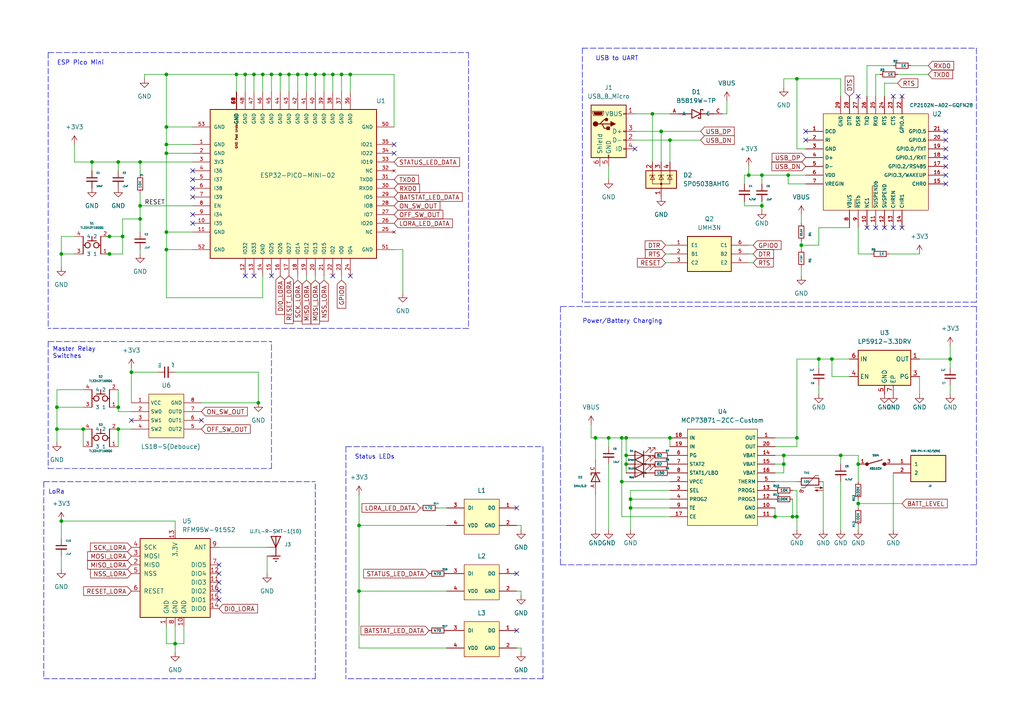
<source format=kicad_sch>
(kicad_sch (version 20211123) (generator eeschema)
  (paper "A4")
  (title_block (title "Kill Switch - Remote") (date "2023-01-18") (rev "1.0") (company "Created by: Greg Hulette") (comment 1 "- LoRa to WiFi Bridge") (comment 2 "- Buttons for Master Relay") (comment 3 "- Creates WiFi Network"))
  (junction (at 220.98 59.69))
  (junction (at 76.2 21.59))
  (junction (at 248.92 146.05))
  (junction (at 88.9 21.59))
  (junction (at 48.26 21.59))
  (junction (at 248.92 134.62))
  (junction (at 180.34 127))
  (junction (at 180.34 139.7))
  (junction (at 99.06 21.59))
  (junction (at 229.87 149.86))
  (junction (at 232.41 71.12))
  (junction (at 228.6 50.8))
  (junction (at 48.26 44.45))
  (junction (at 24.13 124.46))
  (junction (at 50.8 186.69))
  (junction (at 182.88 144.78))
  (junction (at 224.79 149.86))
  (junction (at 34.29 46.99))
  (junction (at 93.98 21.59))
  (junction (at 17.78 73.66))
  (junction (at 83.82 21.59))
  (junction (at 48.26 72.39))
  (junction (at 231.14 127))
  (junction (at 48.26 41.91))
  (junction (at 68.58 21.59))
  (junction (at 231.14 22.86))
  (junction (at 17.78 151.13))
  (junction (at 16.51 124.46))
  (junction (at 189.23 33.02))
  (junction (at 71.12 21.59))
  (junction (at 101.6 21.59))
  (junction (at 78.74 21.59))
  (junction (at 181.61 127))
  (junction (at 48.26 67.31))
  (junction (at 40.64 46.99))
  (junction (at 104.14 152.4))
  (junction (at 35.56 68.58))
  (junction (at 40.64 59.69))
  (junction (at 74.93 116.84))
  (junction (at 182.88 147.32))
  (junction (at 194.31 40.64))
  (junction (at 86.36 21.59))
  (junction (at 34.29 124.46))
  (junction (at 172.72 127))
  (junction (at 217.17 50.8))
  (junction (at 237.49 104.14))
  (junction (at 40.64 63.5))
  (junction (at 73.66 21.59))
  (junction (at 181.61 132.08))
  (junction (at 220.98 50.8))
  (junction (at 227.33 132.08))
  (junction (at 241.3 104.14))
  (junction (at 194.31 127))
  (junction (at 91.44 21.59))
  (junction (at 38.1 107.95))
  (junction (at 16.51 118.11))
  (junction (at 243.84 132.08))
  (junction (at 191.77 38.1))
  (junction (at 227.33 134.62))
  (junction (at 275.59 104.14))
  (junction (at 81.28 21.59))
  (junction (at 181.61 134.62))
  (junction (at 31.75 73.66))
  (junction (at 26.67 46.99))
  (junction (at 104.14 171.45))
  (junction (at 48.26 36.83))
  (junction (at 34.29 118.11))
  (junction (at 31.75 68.58))
  (junction (at 176.53 127))
  (junction (at 231.14 149.86))
  (junction (at 96.52 21.59))
  (no_connect (at 259.08 27.94))
  (no_connect (at 149.86 166.37))
  (no_connect (at 63.5 166.37))
  (no_connect (at 63.5 163.83))
  (no_connect (at 63.5 168.91))
  (no_connect (at 63.5 173.99))
  (no_connect (at 63.5 171.45))
  (no_connect (at 55.88 57.15))
  (no_connect (at 55.88 62.23))
  (no_connect (at 55.88 49.53))
  (no_connect (at 55.88 52.07))
  (no_connect (at 55.88 54.61))
  (no_connect (at 71.12 80.01))
  (no_connect (at 55.88 64.77))
  (no_connect (at 114.3 41.91))
  (no_connect (at 96.52 80.01))
  (no_connect (at 101.6 80.01))
  (no_connect (at 73.66 80.01))
  (no_connect (at 78.74 80.01))
  (no_connect (at 114.3 44.45))
  (no_connect (at 149.86 147.32))
  (no_connect (at 149.86 182.88))
  (no_connect (at 38.1 121.92))
  (no_connect (at 58.42 121.92))
  (no_connect (at 248.92 27.94))
  (no_connect (at 233.68 38.1))
  (no_connect (at 233.68 40.64))
  (no_connect (at 261.62 27.94))
  (no_connect (at 256.54 66.04))
  (no_connect (at 254 66.04))
  (no_connect (at 251.46 66.04))
  (no_connect (at 274.32 53.34))
  (no_connect (at 274.32 38.1))
  (no_connect (at 274.32 40.64))
  (no_connect (at 274.32 43.18))
  (no_connect (at 274.32 45.72))
  (no_connect (at 274.32 48.26))
  (no_connect (at 274.32 50.8))
  (no_connect (at 261.62 66.04))
  (no_connect (at 259.08 66.04))
  (no_connect (at 184.15 43.18))
  (polyline (pts (xy 135.89 15.24) (xy 135.89 95.25)))
  (polyline (pts (xy 100.33 129.54) (xy 157.48 129.54)))
  (wire (pts (xy 193.04 76.2) (xy 194.31 76.2)))
  (wire (pts (xy 16.51 113.03) (xy 16.51 118.11)))
  (wire (pts (xy 237.49 104.14) (xy 241.3 104.14)))
  (wire (pts (xy 40.64 46.99) (xy 34.29 46.99)))
  (wire (pts (xy 55.88 72.39) (xy 48.26 72.39)))
  (wire (pts (xy 215.9 58.42) (xy 215.9 59.69)))
  (wire (pts (xy 180.34 139.7) (xy 180.34 149.86)))
  (wire (pts (xy 104.14 187.96) (xy 129.54 187.96)))
  (wire (pts (xy 50.8 186.69) (xy 50.8 189.23)))
  (wire (pts (xy 254 27.94) (xy 254 21.59)))
  (wire (pts (xy 231.14 104.14) (xy 237.49 104.14)))
  (wire (pts (xy 256.54 27.94) (xy 256.54 24.13)))
  (wire (pts (xy 171.45 123.19) (xy 171.45 127)))
  (polyline (pts (xy 12.7 196.85) (xy 91.44 196.85)))
  (wire (pts (xy 34.29 118.11) (xy 34.29 119.38)))
  (wire (pts (xy 48.26 67.31) (xy 55.88 67.31)))
  (wire (pts (xy 71.12 21.59) (xy 71.12 26.67)))
  (polyline (pts (xy 13.97 99.06) (xy 78.74 99.06)))
  (polyline (pts (xy 168.91 13.97) (xy 283.21 13.97)))
  (wire (pts (xy 17.78 161.29) (xy 17.78 165.1)))
  (wire (pts (xy 220.98 53.34) (xy 220.98 50.8)))
  (wire (pts (xy 181.61 132.08) (xy 181.61 134.62)))
  (wire (pts (xy 93.98 21.59) (xy 96.52 21.59)))
  (wire (pts (xy 17.78 68.58) (xy 17.78 73.66)))
  (wire (pts (xy 218.44 73.66) (xy 217.17 73.66)))
  (wire (pts (xy 40.64 59.69) (xy 40.64 63.5)))
  (wire (pts (xy 232.41 77.47) (xy 232.41 80.01)))
  (wire (pts (xy 104.14 143.51) (xy 104.14 152.4)))
  (wire (pts (xy 181.61 134.62) (xy 181.61 137.16)))
  (wire (pts (xy 237.49 66.04) (xy 237.49 71.12)))
  (wire (pts (xy 209.55 33.02) (xy 210.82 33.02)))
  (wire (pts (xy 182.88 147.32) (xy 194.31 147.32)))
  (wire (pts (xy 48.26 72.39) (xy 48.26 67.31)))
  (wire (pts (xy 48.26 44.45) (xy 48.26 41.91)))
  (wire (pts (xy 86.36 21.59) (xy 86.36 26.67)))
  (wire (pts (xy 48.26 21.59) (xy 48.26 36.83)))
  (wire (pts (xy 53.34 181.61) (xy 53.34 186.69)))
  (wire (pts (xy 194.31 73.66) (xy 193.04 73.66)))
  (wire (pts (xy 194.31 127) (xy 194.31 129.54)))
  (wire (pts (xy 189.23 33.02) (xy 189.23 46.99)))
  (wire (pts (xy 16.51 118.11) (xy 24.13 118.11)))
  (polyline (pts (xy 283.21 88.9) (xy 283.21 163.83)))
  (wire (pts (xy 91.44 21.59) (xy 91.44 26.67)))
  (polyline (pts (xy 13.97 135.89) (xy 78.74 135.89)))
  (wire (pts (xy 88.9 21.59) (xy 91.44 21.59)))
  (wire (pts (xy 40.64 46.99) (xy 40.64 50.8)))
  (polyline (pts (xy 283.21 87.63) (xy 168.91 87.63)))
  (wire (pts (xy 48.26 41.91) (xy 55.88 41.91)))
  (wire (pts (xy 35.56 63.5) (xy 35.56 68.58)))
  (wire (pts (xy 224.79 139.7) (xy 231.14 139.7)))
  (wire (pts (xy 229.87 142.24) (xy 231.14 142.24)))
  (polyline (pts (xy 135.89 95.25) (xy 13.97 95.25)))
  (wire (pts (xy 228.6 50.8) (xy 220.98 50.8)))
  (wire (pts (xy 172.72 153.67) (xy 172.72 143.51)))
  (wire (pts (xy 21.59 41.91) (xy 21.59 46.99)))
  (wire (pts (xy 151.13 153.67) (xy 151.13 152.4)))
  (wire (pts (xy 215.9 59.69) (xy 220.98 59.69)))
  (wire (pts (xy 30.48 73.66) (xy 31.75 73.66)))
  (polyline (pts (xy 91.44 196.85) (xy 91.44 139.7)))
  (wire (pts (xy 275.59 114.3) (xy 275.59 111.76)))
  (polyline (pts (xy 162.56 88.9) (xy 162.56 163.83)))
  (wire (pts (xy 264.16 19.05) (xy 269.24 19.05)))
  (wire (pts (xy 220.98 58.42) (xy 220.98 59.69)))
  (wire (pts (xy 180.34 127) (xy 181.61 127)))
  (wire (pts (xy 16.51 124.46) (xy 16.51 128.27)))
  (polyline (pts (xy 12.7 139.7) (xy 91.44 139.7)))
  (wire (pts (xy 232.41 71.12) (xy 232.41 72.39)))
  (wire (pts (xy 55.88 46.99) (xy 40.64 46.99)))
  (wire (pts (xy 86.36 21.59) (xy 88.9 21.59)))
  (wire (pts (xy 26.67 46.99) (xy 21.59 46.99)))
  (wire (pts (xy 17.78 73.66) (xy 21.59 73.66)))
  (wire (pts (xy 73.66 21.59) (xy 76.2 21.59)))
  (wire (pts (xy 224.79 127) (xy 231.14 127)))
  (wire (pts (xy 151.13 171.45) (xy 149.86 171.45)))
  (polyline (pts (xy 168.91 13.97) (xy 168.91 87.63)))
  (wire (pts (xy 91.44 81.28) (xy 91.44 80.01)))
  (wire (pts (xy 83.82 21.59) (xy 86.36 21.59)))
  (wire (pts (xy 48.26 21.59) (xy 68.58 21.59)))
  (wire (pts (xy 176.53 48.26) (xy 176.53 52.07)))
  (wire (pts (xy 129.54 152.4) (xy 104.14 152.4)))
  (wire (pts (xy 71.12 21.59) (xy 73.66 21.59)))
  (wire (pts (xy 129.54 147.32) (xy 127 147.32)))
  (wire (pts (xy 181.61 127) (xy 181.61 132.08)))
  (wire (pts (xy 77.47 161.29) (xy 77.47 166.37)))
  (wire (pts (xy 40.64 72.39) (xy 40.64 73.66)))
  (wire (pts (xy 248.92 152.4) (xy 248.92 153.67)))
  (wire (pts (xy 233.68 50.8) (xy 228.6 50.8)))
  (wire (pts (xy 53.34 186.69) (xy 50.8 186.69)))
  (wire (pts (xy 246.38 109.22) (xy 241.3 109.22)))
  (wire (pts (xy 220.98 59.69) (xy 220.98 60.96)))
  (polyline (pts (xy 12.7 139.7) (xy 12.7 196.85)))
  (wire (pts (xy 17.78 151.13) (xy 17.78 156.21)))
  (wire (pts (xy 88.9 81.28) (xy 88.9 80.01)))
  (wire (pts (xy 184.15 40.64) (xy 194.31 40.64)))
  (wire (pts (xy 194.31 139.7) (xy 180.34 139.7)))
  (wire (pts (xy 38.1 107.95) (xy 38.1 116.84)))
  (wire (pts (xy 227.33 22.86) (xy 227.33 25.4)))
  (wire (pts (xy 224.79 137.16) (xy 227.33 137.16)))
  (wire (pts (xy 182.88 144.78) (xy 194.31 144.78)))
  (wire (pts (xy 40.64 55.88) (xy 40.64 59.69)))
  (wire (pts (xy 50.8 181.61) (xy 50.8 186.69)))
  (wire (pts (xy 81.28 21.59) (xy 83.82 21.59)))
  (wire (pts (xy 38.1 106.68) (xy 38.1 107.95)))
  (wire (pts (xy 237.49 106.68) (xy 237.49 104.14)))
  (wire (pts (xy 48.26 181.61) (xy 48.26 186.69)))
  (wire (pts (xy 237.49 71.12) (xy 232.41 71.12)))
  (wire (pts (xy 176.53 153.67) (xy 176.53 134.62)))
  (wire (pts (xy 248.92 132.08) (xy 248.92 134.62)))
  (wire (pts (xy 224.79 134.62) (xy 227.33 134.62)))
  (wire (pts (xy 266.7 104.14) (xy 275.59 104.14)))
  (wire (pts (xy 101.6 26.67) (xy 101.6 21.59)))
  (wire (pts (xy 76.2 80.01) (xy 76.2 86.36)))
  (wire (pts (xy 34.29 119.38) (xy 38.1 119.38)))
  (wire (pts (xy 182.88 144.78) (xy 182.88 147.32)))
  (wire (pts (xy 50.8 107.95) (xy 74.93 107.95)))
  (wire (pts (xy 194.31 40.64) (xy 194.31 46.99)))
  (wire (pts (xy 48.26 186.69) (xy 50.8 186.69)))
  (wire (pts (xy 17.78 73.66) (xy 17.78 77.47)))
  (wire (pts (xy 210.82 29.21) (xy 210.82 33.02)))
  (wire (pts (xy 76.2 26.67) (xy 76.2 21.59)))
  (wire (pts (xy 26.67 46.99) (xy 26.67 49.53)))
  (wire (pts (xy 227.33 137.16) (xy 227.33 134.62)))
  (wire (pts (xy 74.93 107.95) (xy 74.93 116.84)))
  (wire (pts (xy 217.17 76.2) (xy 218.44 76.2)))
  (wire (pts (xy 248.92 134.62) (xy 248.92 139.7)))
  (wire (pts (xy 182.88 147.32) (xy 182.88 153.67)))
  (wire (pts (xy 259.08 153.67) (xy 259.08 137.16)))
  (wire (pts (xy 231.14 22.86) (xy 227.33 22.86)))
  (wire (pts (xy 16.51 118.11) (xy 16.51 124.46)))
  (wire (pts (xy 86.36 81.28) (xy 86.36 80.01)))
  (wire (pts (xy 96.52 21.59) (xy 96.52 26.67)))
  (wire (pts (xy 224.79 129.54) (xy 231.14 129.54)))
  (wire (pts (xy 229.87 149.86) (xy 231.14 149.86)))
  (wire (pts (xy 104.14 171.45) (xy 129.54 171.45)))
  (wire (pts (xy 248.92 144.78) (xy 248.92 146.05)))
  (wire (pts (xy 172.72 133.35) (xy 172.72 127)))
  (wire (pts (xy 227.33 132.08) (xy 243.84 132.08)))
  (wire (pts (xy 68.58 21.59) (xy 68.58 26.67)))
  (wire (pts (xy 151.13 187.96) (xy 149.86 187.96)))
  (wire (pts (xy 104.14 152.4) (xy 104.14 171.45)))
  (wire (pts (xy 34.29 124.46) (xy 34.29 129.54)))
  (wire (pts (xy 41.91 21.59) (xy 48.26 21.59)))
  (wire (pts (xy 241.3 104.14) (xy 246.38 104.14)))
  (wire (pts (xy 233.68 53.34) (xy 228.6 53.34)))
  (wire (pts (xy 231.14 153.67) (xy 231.14 149.86)))
  (wire (pts (xy 243.84 132.08) (xy 248.92 132.08)))
  (wire (pts (xy 48.26 86.36) (xy 48.26 72.39)))
  (wire (pts (xy 275.59 100.33) (xy 275.59 104.14)))
  (wire (pts (xy 248.92 146.05) (xy 261.62 146.05)))
  (wire (pts (xy 238.76 139.7) (xy 238.76 153.67)))
  (wire (pts (xy 34.29 46.99) (xy 34.29 49.53)))
  (polyline (pts (xy 157.48 129.54) (xy 157.48 196.85)))
  (wire (pts (xy 184.15 33.02) (xy 189.23 33.02)))
  (wire (pts (xy 99.06 21.59) (xy 101.6 21.59)))
  (wire (pts (xy 58.42 116.84) (xy 74.93 116.84)))
  (wire (pts (xy 114.3 21.59) (xy 101.6 21.59)))
  (wire (pts (xy 78.74 21.59) (xy 78.74 26.67)))
  (wire (pts (xy 35.56 63.5) (xy 40.64 63.5)))
  (polyline (pts (xy 100.33 129.54) (xy 100.33 196.85)))
  (wire (pts (xy 24.13 124.46) (xy 24.13 129.54)))
  (wire (pts (xy 96.52 21.59) (xy 99.06 21.59)))
  (wire (pts (xy 116.84 72.39) (xy 116.84 85.09)))
  (wire (pts (xy 191.77 38.1) (xy 191.77 46.99)))
  (wire (pts (xy 231.14 104.14) (xy 231.14 127)))
  (wire (pts (xy 231.14 129.54) (xy 231.14 127)))
  (wire (pts (xy 151.13 152.4) (xy 149.86 152.4)))
  (polyline (pts (xy 78.74 135.89) (xy 78.74 99.06)))
  (wire (pts (xy 233.68 43.18) (xy 231.14 43.18)))
  (polyline (pts (xy 162.56 163.83) (xy 283.21 163.83)))
  (wire (pts (xy 151.13 172.72) (xy 151.13 171.45)))
  (wire (pts (xy 81.28 21.59) (xy 81.28 26.67)))
  (wire (pts (xy 248.92 73.66) (xy 252.73 73.66)))
  (wire (pts (xy 176.53 129.54) (xy 176.53 127)))
  (wire (pts (xy 35.56 68.58) (xy 35.56 73.66)))
  (wire (pts (xy 41.91 21.59) (xy 41.91 22.86)))
  (wire (pts (xy 104.14 171.45) (xy 104.14 187.96)))
  (wire (pts (xy 251.46 27.94) (xy 251.46 19.05)))
  (wire (pts (xy 88.9 21.59) (xy 88.9 26.67)))
  (wire (pts (xy 232.41 62.23) (xy 232.41 64.77)))
  (wire (pts (xy 254 21.59) (xy 255.27 21.59)))
  (wire (pts (xy 93.98 21.59) (xy 93.98 26.67)))
  (wire (pts (xy 248.92 146.05) (xy 248.92 147.32)))
  (wire (pts (xy 31.75 68.58) (xy 35.56 68.58)))
  (wire (pts (xy 50.8 153.67) (xy 50.8 151.13)))
  (wire (pts (xy 180.34 127) (xy 180.34 139.7)))
  (wire (pts (xy 248.92 66.04) (xy 248.92 73.66)))
  (wire (pts (xy 93.98 81.28) (xy 93.98 80.01)))
  (wire (pts (xy 151.13 189.23) (xy 151.13 187.96)))
  (wire (pts (xy 181.61 127) (xy 194.31 127)))
  (wire (pts (xy 50.8 151.13) (xy 17.78 151.13)))
  (wire (pts (xy 217.17 48.26) (xy 217.17 50.8)))
  (wire (pts (xy 83.82 21.59) (xy 83.82 26.67)))
  (wire (pts (xy 40.64 59.69) (xy 55.88 59.69)))
  (wire (pts (xy 229.87 149.86) (xy 224.79 149.86)))
  (wire (pts (xy 34.29 124.46) (xy 38.1 124.46)))
  (wire (pts (xy 63.5 158.75) (xy 77.47 158.75)))
  (wire (pts (xy 30.48 68.58) (xy 31.75 68.58)))
  (wire (pts (xy 176.53 127) (xy 180.34 127)))
  (wire (pts (xy 17.78 68.58) (xy 21.59 68.58)))
  (polyline (pts (xy 283.21 13.97) (xy 283.21 87.63)))
  (wire (pts (xy 243.84 27.94) (xy 243.84 22.86)))
  (wire (pts (xy 232.41 69.85) (xy 232.41 71.12)))
  (wire (pts (xy 215.9 50.8) (xy 217.17 50.8)))
  (wire (pts (xy 48.26 44.45) (xy 55.88 44.45)))
  (wire (pts (xy 16.51 124.46) (xy 24.13 124.46)))
  (polyline (pts (xy 13.97 99.06) (xy 13.97 135.89)))
  (wire (pts (xy 231.14 142.24) (xy 231.14 149.86)))
  (wire (pts (xy 91.44 21.59) (xy 93.98 21.59)))
  (wire (pts (xy 16.51 113.03) (xy 24.13 113.03)))
  (wire (pts (xy 217.17 50.8) (xy 220.98 50.8)))
  (wire (pts (xy 73.66 21.59) (xy 73.66 26.67)))
  (wire (pts (xy 114.3 36.83) (xy 114.3 21.59)))
  (wire (pts (xy 194.31 142.24) (xy 182.88 142.24)))
  (wire (pts (xy 257.81 73.66) (xy 266.7 73.66)))
  (polyline (pts (xy 283.21 88.9) (xy 162.56 88.9)))
  (wire (pts (xy 182.88 142.24) (xy 182.88 144.78)))
  (wire (pts (xy 40.64 63.5) (xy 40.64 67.31)))
  (wire (pts (xy 55.88 36.83) (xy 48.26 36.83)))
  (wire (pts (xy 189.23 33.02) (xy 194.31 33.02)))
  (wire (pts (xy 184.15 38.1) (xy 191.77 38.1)))
  (wire (pts (xy 78.74 21.59) (xy 81.28 21.59)))
  (wire (pts (xy 48.26 36.83) (xy 48.26 41.91)))
  (polyline (pts (xy 157.48 196.85) (xy 100.33 196.85)))
  (wire (pts (xy 215.9 53.34) (xy 215.9 50.8)))
  (wire (pts (xy 224.79 147.32) (xy 224.79 149.86)))
  (wire (pts (xy 194.31 149.86) (xy 180.34 149.86)))
  (wire (pts (xy 34.29 46.99) (xy 26.67 46.99)))
  (wire (pts (xy 260.35 21.59) (xy 269.24 21.59)))
  (wire (pts (xy 191.77 38.1) (xy 203.2 38.1)))
  (wire (pts (xy 48.26 67.31) (xy 48.26 44.45)))
  (wire (pts (xy 231.14 43.18) (xy 231.14 22.86)))
  (wire (pts (xy 76.2 21.59) (xy 78.74 21.59)))
  (wire (pts (xy 38.1 107.95) (xy 45.72 107.95)))
  (wire (pts (xy 229.87 144.78) (xy 229.87 149.86)))
  (wire (pts (xy 76.2 86.36) (xy 48.26 86.36)))
  (wire (pts (xy 243.84 153.67) (xy 243.84 139.7)))
  (wire (pts (xy 275.59 106.68) (xy 275.59 104.14)))
  (wire (pts (xy 256.54 24.13) (xy 260.35 24.13)))
  (wire (pts (xy 217.17 71.12) (xy 218.44 71.12)))
  (wire (pts (xy 241.3 109.22) (xy 241.3 104.14)))
  (wire (pts (xy 193.04 71.12) (xy 194.31 71.12)))
  (wire (pts (xy 171.45 127) (xy 172.72 127)))
  (polyline (pts (xy 13.97 15.24) (xy 135.89 15.24)))
  (wire (pts (xy 228.6 53.34) (xy 228.6 50.8)))
  (wire (pts (xy 237.49 66.04) (xy 246.38 66.04)))
  (wire (pts (xy 172.72 127) (xy 176.53 127)))
  (wire (pts (xy 237.49 111.76) (xy 237.49 114.3)))
  (wire (pts (xy 31.75 73.66) (xy 35.56 73.66)))
  (wire (pts (xy 227.33 134.62) (xy 227.33 132.08)))
  (wire (pts (xy 243.84 134.62) (xy 243.84 132.08)))
  (wire (pts (xy 251.46 19.05) (xy 259.08 19.05)))
  (wire (pts (xy 68.58 21.59) (xy 71.12 21.59)))
  (wire (pts (xy 243.84 22.86) (xy 231.14 22.86)))
  (wire (pts (xy 194.31 40.64) (xy 203.2 40.64)))
  (wire (pts (xy 224.79 132.08) (xy 227.33 132.08)))
  (wire (pts (xy 266.7 114.3) (xy 266.7 109.22)))
  (wire (pts (xy 99.06 80.01) (xy 99.06 81.28)))
  (wire (pts (xy 99.06 21.59) (xy 99.06 26.67)))
  (wire (pts (xy 34.29 113.03) (xy 34.29 118.11)))
  (wire (pts (xy 114.3 72.39) (xy 116.84 72.39)))
  (polyline (pts (xy 13.97 15.24) (xy 13.97 95.25)))
  (text "Power/Battery Charging" (at 168.91 93.98 0) (effects (font (size 1.27 1.27)) (justify left bottom)))
  (text "ESP Pico Mini" (at 16.51 19.05 0) (effects (font (size 1.27 1.27)) (justify left bottom)))
  (text "Master Relay \nSwitches" (at 15.24 104.14 0) (effects (font (size 1.27 1.27)) (justify left bottom)))
  (text "LoRa" (at 13.97 143.51 0) (effects (font (size 1.27 1.27)) (justify left bottom)))
  (text "Status LEDs" (at 102.87 133.35 0) (effects (font (size 1.27 1.27)) (justify left bottom)))
  (text "USB to UART" (at 172.72 17.78 0) (effects (font (size 1.27 1.27)) (justify left bottom)))
  (label "RESET" (at 41.91 59.69 0))
  (global_label "SCK_LORA" (shape input) (at 38.1 158.75 180) (property "Intersheet References" "${INTERSHEET_REFS}" (effects hide)))
  (global_label "TXD0" (shape input) (at 114.3 52.07 0) (property "Intersheet References" "${INTERSHEET_REFS}" (effects hide)))
  (global_label "TXD0" (shape input) (at 269.24 21.59 0) (property "Intersheet References" "${INTERSHEET_REFS}" (effects hide)))
  (global_label "DI0_LORA" (shape input) (at 81.28 80.01 270) (property "Intersheet References" "${INTERSHEET_REFS}" (effects hide)))
  (global_label "GPIO0" (shape input) (at 218.44 71.12 0) (property "Intersheet References" "${INTERSHEET_REFS}" (effects hide)))
  (global_label "MOSI_LORA" (shape input) (at 38.1 161.29 180) (property "Intersheet References" "${INTERSHEET_REFS}" (effects hide)))
  (global_label "NSS_LORA" (shape input) (at 38.1 166.37 180) (property "Intersheet References" "${INTERSHEET_REFS}" (effects hide)))
  (global_label "OFF_SW_OUT" (shape input) (at 114.3 62.23 0) (property "Intersheet References" "${INTERSHEET_REFS}" (effects hide)))
  (global_label "LORA_LED_DATA" (shape input) (at 114.3 64.77 0) (property "Intersheet References" "${INTERSHEET_REFS}" (effects hide)))
  (global_label "MISO_LORA" (shape input) (at 38.1 163.83 180) (property "Intersheet References" "${INTERSHEET_REFS}" (effects hide)))
  (global_label "RTS" (shape input) (at 218.44 76.2 0) (property "Intersheet References" "${INTERSHEET_REFS}" (effects hide)))
  (global_label "DTR" (shape input) (at 193.04 71.12 180) (property "Intersheet References" "${INTERSHEET_REFS}" (effects hide)))
  (global_label "GPIO0" (shape input) (at 99.06 81.28 270) (property "Intersheet References" "${INTERSHEET_REFS}" (effects hide)))
  (global_label "USB_DP" (shape input) (at 203.2 38.1 0) (property "Intersheet References" "${INTERSHEET_REFS}" (effects hide)))
  (global_label "OFF_SW_OUT" (shape input) (at 58.42 124.46 0) (property "Intersheet References" "${INTERSHEET_REFS}" (effects hide)))
  (global_label "USB_DN" (shape input) (at 233.68 48.26 180) (property "Intersheet References" "${INTERSHEET_REFS}" (effects hide)))
  (global_label "RESET_LORA" (shape input) (at 38.1 171.45 180) (property "Intersheet References" "${INTERSHEET_REFS}" (effects hide)))
  (global_label "USB_DN" (shape input) (at 203.2 40.64 0) (property "Intersheet References" "${INTERSHEET_REFS}" (effects hide)))
  (global_label "STATUS_LED_DATA" (shape input) (at 124.46 166.37 180) (property "Intersheet References" "${INTERSHEET_REFS}" (effects hide)))
  (global_label "MISO_LORA" (shape input) (at 88.9 81.28 270) (property "Intersheet References" "${INTERSHEET_REFS}" (effects hide)))
  (global_label "LORA_LED_DATA" (shape input) (at 121.92 147.32 180) (property "Intersheet References" "${INTERSHEET_REFS}" (effects hide)))
  (global_label "RTS" (shape input) (at 193.04 73.66 180) (property "Intersheet References" "${INTERSHEET_REFS}" (effects hide)))
  (global_label "RXD0" (shape input) (at 114.3 54.61 0) (property "Intersheet References" "${INTERSHEET_REFS}" (effects hide)))
  (global_label "DTR" (shape input) (at 218.44 73.66 0) (property "Intersheet References" "${INTERSHEET_REFS}" (effects hide)))
  (global_label "RESET_LORA" (shape input) (at 83.82 80.01 270) (property "Intersheet References" "${INTERSHEET_REFS}" (effects hide)))
  (global_label "STATUS_LED_DATA" (shape input) (at 114.3 46.99 0) (property "Intersheet References" "${INTERSHEET_REFS}" (effects hide)))
  (global_label "ON_SW_OUT" (shape input) (at 58.42 119.38 0) (property "Intersheet References" "${INTERSHEET_REFS}" (effects hide)))
  (global_label "BATSTAT_LED_DATA" (shape input) (at 124.46 182.88 180) (property "Intersheet References" "${INTERSHEET_REFS}" (effects hide)))
  (global_label "ON_SW_OUT" (shape input) (at 114.3 59.69 0) (property "Intersheet References" "${INTERSHEET_REFS}" (effects hide)))
  (global_label "RESET" (shape input) (at 193.04 76.2 180) (property "Intersheet References" "${INTERSHEET_REFS}" (effects hide)))
  (global_label "RXD0" (shape input) (at 269.24 19.05 0) (property "Intersheet References" "${INTERSHEET_REFS}" (effects hide)))
  (global_label "BATT_LEVEL" (shape input) (at 261.62 146.05 0) (property "Intersheet References" "${INTERSHEET_REFS}" (effects hide)))
  (global_label "RTS" (shape input) (at 260.35 24.13 0) (property "Intersheet References" "${INTERSHEET_REFS}" (effects hide)))
  (global_label "SCK_LORA" (shape input) (at 86.36 81.28 270) (property "Intersheet References" "${INTERSHEET_REFS}" (effects hide)))
  (global_label "BATSTAT_LED_DATA" (shape input) (at 114.3 57.15 0) (property "Intersheet References" "${INTERSHEET_REFS}" (effects hide)))
  (global_label "DTS" (shape input) (at 246.38 27.94 90) (property "Intersheet References" "${INTERSHEET_REFS}" (effects hide)))
  (global_label "USB_DP" (shape input) (at 233.68 45.72 180) (property "Intersheet References" "${INTERSHEET_REFS}" (effects hide)))
  (global_label "NSS_LORA" (shape input) (at 93.98 81.28 270) (property "Intersheet References" "${INTERSHEET_REFS}" (effects hide)))
  (global_label "MOSI_LORA" (shape input) (at 91.44 81.28 270) (property "Intersheet References" "${INTERSHEET_REFS}" (effects hide)))
  (global_label "DI0_LORA" (shape input) (at 63.5 176.53 0) (property "Intersheet References" "${INTERSHEET_REFS}" (effects hide)))
  (symbol (lib_id "power:GND") (at 41.91 22.86 0) (unit 1)
    (property "Reference" "#PWR0136" (effects hide))
    (property "Value" "GND" (at 41.91 27.94 0))
  )
  (symbol (lib_id "power:GND") (at 227.33 25.4 0) (unit 1)
    (property "Reference" "#PWR0108" (effects hide))
    (property "Value" "GND" (at 227.33 30.48 0))
  )
  (symbol (lib_id "LED:WS2812B-2020") (at 139.7 149.86 0) (unit 1)
    (property "Reference" "L1" (at 139.7 142.24 0))
    (property "Value" "WS2812B" (effects hide))
    (property "Footprint" "LED_SMD:LED_WS2812B_PLCC4_5.0x5.0mm_P3.2mm" (effects hide))
    (property "Datasheet" "http://cdn.sparkfun.com/datasheets/BreakoutBoards/WS2812B.pdf" (effects hide))
    (property "Manufacturers Name" "SparkFun Electronics" (effects hide))
    (property "Manufacturers Part Number" "COM-16347" (effects hide))
    (property "Digikey Part Number" "1568-COM-16347CT-ND" (effects hide))
    (property "Mouser Part Number" "485-4684" (effects hide))
    (property "LCSC" "C114586" (effects hide))
  )
  (symbol (lib_id "Device:C_Small") (at 40.64 69.85 0) (unit 1)
    (property "Reference" "C3" (at 41.91 67.9513 0) (effects (font (size 0.5 0.5)) (justify left)))
    (property "Value" ".1uF" (at 41.91 71.7613 0) (effects (font (size 0.5 0.5)) (justify left)))
    (property "Footprint" "Capacitor_SMD:C_0603_1608Metric" (effects hide))
    (property "Datasheet" "https://www.we-online.com/katalog/datasheet/885012206020.pdf" (effects hide))
    (property "Manufacturers Name" "Würth Elektronik" (effects hide))
    (property "Manufacturers Part Number" "885012206020" (effects hide))
    (property "Digikey Part Number" "732-7939-1-ND" (effects hide))
    (property "Mouser Part Number" "710-885012206020 " (effects hide))
    (property "LCSC" "-----" (effects hide))
  )
  (symbol (lib_id "power:GND") (at 238.76 153.67 0) (unit 1)
    (property "Reference" "#PWR0117" (effects hide))
    (property "Value" "GND" (at 238.76 157.48 0))
  )
  (symbol (lib_id "Device:C_Small") (at 176.53 132.08 0) (unit 1)
    (property "Reference" "C8" (at 177.8 130.1813 0) (effects (font (size 0.5 0.5)) (justify left)))
    (property "Value" "10uF" (at 177.8 133.9913 0) (effects (font (size 0.5 0.5)) (justify left)))
    (property "Footprint" "Capacitor_SMD:C_0805_2012Metric" (effects hide))
    (property "Datasheet" "https://www.we-online.com/katalog/datasheet/885012107014.pdf" (effects hide))
    (property "Manufacturers Name" "Würth Elektronik" (effects hide))
    (property "Manufacturers Part Number" "885012107014" (effects hide))
    (property "Digikey Part Number" "732-7624-1-ND" (effects hide))
    (property "Mouser Part Number" "710-885012107014" (effects hide))
    (property "LCSC" "-----" (effects hide))
  )
  (symbol (lib_id "Custom:S2B-PH-K-S(LF)(SN)") (at 269.24 134.62 0) (unit 1)
    (property "Reference" "J2" (at 269.24 140.9699 0) (effects (font (size 0.5 0.5)) (justify left)))
    (property "Value" "S2B-PH-K-S(LF)(SN)" (at 264.16 130.8099 0) (effects (font (size 0.5 0.5)) (justify left)))
    (property "Footprint" "Custom:JST_S2B-PH-K-S(LF)(SN)" (effects hide))
    (property "Datasheet" "https://www.jst-mfg.com/product/pdf/eng/ePH.pdf" (effects hide))
    (property "MAXIMUM_PACKAGE_HEIGHT" "4.8mm" (effects hide))
    (property "PACKAGE" "None" (effects hide))
    (property "AVAILABILITY" "Unavailable" (effects hide))
    (property "DESCRIPTION" "Connector Header Through Hole, Right Angle 2 position" (effects hide))
    (property "MP" "S2B-PH-K-S_LF__SN_" (effects hide))
    (property "MF" "JST Sales" (effects hide))
    (property "PRICE" "None" (effects hide))
    (property "Manufacturers Name" "JST Sales America Inc." (effects hide))
    (property "Manufacturers Part Number" "S2B-PH-K-S(LF)(SN)" (effects hide))
    (property "Digikey Part Number" "455-1719-ND" (effects hide))
    (property "Mouser Part Number" "-----" (effects hide))
    (property "LCSC" "C173752" (effects hide))
  )
  (symbol (lib_id "Device:R_Small") (at 191.77 137.16 270) (unit 1)
    (property "Reference" "R9" (at 193.0401 135.89 90) (effects (font (size 0.5 0.5)) (justify left)))
    (property "Value" "150" (at 190.5001 137.16 90) (effects (font (size 0.75 0.75)) (justify left)))
    (property "Footprint" "Resistor_SMD:R_0402_1005Metric" (effects hide))
    (property "Datasheet" "https://industrial.panasonic.com/cdbs/www-data/pdf/RDO0000/AOA0000C331.pdf" (effects hide))
    (property "Manufacturers Name" "Panasonic Electronic Components" (effects hide))
    (property "Manufacturers Part Number" "ERJ-PA2F1500X" (effects hide))
    (property "Digikey Part Number" "2019-SG73P1EWTTP101JCT-ND" (effects hide))
    (property "Mouser Part Number" "667-ERJ-PA2F1500X " (effects hide))
    (property "LCSC" "-------" (effects hide))
  )
  (symbol (lib_id "power:GND") (at 220.98 60.96 0) (unit 1)
    (property "Reference" "#PWR0105" (effects hide))
    (property "Value" "GND" (at 220.98 64.77 0))
  )
  (symbol (lib_id "Device:C_Small") (at 220.98 55.88 0) (unit 1)
    (property "Reference" "C5" (at 222.25 53.9813 0) (effects (font (size 0.5 0.5)) (justify left)))
    (property "Value" ".1uF" (at 222.25 57.7913 0) (effects (font (size 0.5 0.5)) (justify left)))
    (property "Footprint" "Capacitor_SMD:C_0603_1608Metric" (effects hide))
    (property "Datasheet" "https://www.we-online.com/katalog/datasheet/885012206020.pdf" (effects hide))
    (property "Manufacturers Name" "Würth Elektronik" (effects hide))
    (property "Manufacturers Part Number" "885012206020" (effects hide))
    (property "Digikey Part Number" "732-7939-1-ND" (effects hide))
    (property "Mouser Part Number" "710-885012206020 " (effects hide))
    (property "LCSC" "-----" (effects hide))
  )
  (symbol (lib_id "Device:R_Small") (at 127 182.88 270) (unit 1)
    (property "Reference" "R17" (at 128.2701 181.61 90) (effects (font (size 0.5 0.5)) (justify left)))
    (property "Value" "470" (at 125.7301 182.88 90) (effects (font (size 0.75 0.75)) (justify left)))
    (property "Footprint" "Resistor_SMD:R_0402_1005Metric" (effects hide))
    (property "Datasheet" "https://www.yageo.com/upload/media/product/productsearch/datasheet/rchip/PYu-RC_Group_51_RoHS_L_12.pdf" (effects hide))
    (property "Manufacturers Name" "YAGEO" (effects hide))
    (property "Manufacturers Part Number" "RC0402JR-13220RL" (effects hide))
    (property "Digikey Part Number" "13-RC0402JR-13220RLCT-ND" (effects hide))
    (property "Mouser Part Number" "603-RC0402JR-13220RL " (effects hide))
    (property "LCSC" "C3931306" (effects hide))
  )
  (symbol (lib_id "Regulator_Linear:LP5912-3.3DRV") (at 256.54 106.68 0) (unit 1)
    (property "Reference" "U3" (at 256.54 96.52 0))
    (property "Value" "LP5912-3.3DRV" (at 256.54 99.06 0))
    (property "Footprint" "Package_SON:WSON-6-1EP_2x2mm_P0.65mm_EP1x1.6mm_ThermalVias" (effects hide))
    (property "Datasheet" "http://www.ti.com/lit/ds/symlink/lp5912.pdf" (effects hide))
    (property "Manufacturers Name" "Texas Instruments" (effects hide))
    (property "Manufacturers Part Number" "LP5912Q3.3DRVTQ1" (effects hide))
    (property "Digikey Part Number" "296-48933-1-ND" (effects hide))
    (property "LCSC" "C2876187" (effects hide))
    (property "Mouser Part Number" "595-LP5912Q3.3DRVTQ1" (effects hide))
  )
  (symbol (lib_id "Device:R_Small") (at 127 166.37 270) (unit 1)
    (property "Reference" "R16" (at 128.2701 165.1 90) (effects (font (size 0.5 0.5)) (justify left)))
    (property "Value" "470" (at 125.7301 166.37 90) (effects (font (size 0.75 0.75)) (justify left)))
    (property "Footprint" "Resistor_SMD:R_0402_1005Metric" (effects hide))
    (property "Datasheet" "https://www.yageo.com/upload/media/product/productsearch/datasheet/rchip/PYu-RC_Group_51_RoHS_L_12.pdf" (effects hide))
    (property "Manufacturers Name" "YAGEO" (effects hide))
    (property "Manufacturers Part Number" "RC0402JR-13220RL" (effects hide))
    (property "Digikey Part Number" "13-RC0402JR-13220RLCT-ND" (effects hide))
    (property "Mouser Part Number" "603-RC0402JR-13220RL " (effects hide))
    (property "LCSC" "C3931306" (effects hide))
  )
  (symbol (lib_id "power:+3.3V") (at 104.14 143.51 0) (unit 1)
    (property "Reference" "#PWR0130" (effects hide))
    (property "Value" "+3.3V" (at 104.14 138.43 0))
  )
  (symbol (lib_id "power:GND") (at 256.54 114.3 0) (unit 1)
    (property "Reference" "#PWR0121" (effects hide))
    (property "Value" "GND" (at 256.54 118.11 0))
  )
  (symbol (lib_id "Device:LED") (at 185.42 132.08 180) (unit 1)
    (property "Reference" "D4" (at 183.1975 130.81 0) (effects (font (size 0.5 0.5))))
    (property "Value" "Green" (at 183.1975 133.35 0) (effects (font (size 0.5 0.5))))
    (property "Footprint" "LED_SMD:LED_0805_2012Metric_Pad1.15x1.40mm_HandSolder" (effects hide))
    (property "Datasheet" "https://media.digikey.com/pdf/Data%20Sheets/Lite-On%20PDFs/LTST-C171GKT.pdf" (effects hide))
    (property "Manufacturers Name" "Lite-On Inc." (effects hide))
    (property "Manufacturers Part Number" "LTST-C171GKT" (effects hide))
    (property "Digikey Part Number" "160-1423-1-ND" (effects hide))
    (property "Mouser Part Number" "859-LTST-C171GKT" (effects hide))
    (property "LCSC" "C913075" (effects hide))
  )
  (symbol (lib_id "power:VBUS") (at 171.45 123.19 0) (unit 1)
    (property "Reference" "#PWR0113" (effects hide))
    (property "Value" "VBUS" (at 171.45 118.11 0))
  )
  (symbol (lib_id "Device:R_Small") (at 191.77 132.08 270) (unit 1)
    (property "Reference" "R7" (at 193.0401 130.81 90) (effects (font (size 0.5 0.5)) (justify left)))
    (property "Value" "82" (at 190.5001 132.08 90) (effects (font (size 0.75 0.75)) (justify left)))
    (property "Footprint" "Resistor_SMD:R_0402_1005Metric" (effects hide))
    (property "Datasheet" "https://www.koaspeer.com/pdfs/SG73P.pdf" (effects hide))
    (property "Manufacturers Name" "KOA Speer Electronics, Inc." (effects hide))
    (property "Manufacturers Part Number" "SG73P1EWTTP820J" (effects hide))
    (property "Digikey Part Number" "2019-SG73P1EWTTP820JCT-ND" (effects hide))
    (property "Mouser Part Number" "660-SG73P1EWTTP820J " (effects hide))
    (property "LCSC" "C4003417" (effects hide))
  )
  (symbol (lib_id "power:GND") (at 151.13 172.72 0) (unit 1)
    (property "Reference" "#PWR0128" (effects hide))
    (property "Value" "GND" (at 151.13 177.8 0))
  )
  (symbol (lib_id "power:GND") (at 191.77 57.15 0) (unit 1)
    (property "Reference" "#PWR0103" (effects hide))
    (property "Value" "GND" (at 191.77 62.23 0))
  )
  (symbol (lib_id "power:GND") (at 182.88 153.67 0) (unit 1)
    (property "Reference" "#PWR0110" (effects hide))
    (property "Value" "GND" (at 182.88 157.48 0))
  )
  (symbol (lib_id "Custom:MCP73871-2CC-Custom") (at 209.55 139.7 0) (unit 1)
    (property "Reference" "U4" (at 209.55 119.38 0))
    (property "Value" "MCP73871-2CC-Custom" (at 209.55 121.92 0))
    (property "Footprint" "Package_DFN_QFN:QFN-20-1EP_4x4mm_P0.5mm_EP2.7x2.7mm_ThermalVias" (effects hide))
    (property "Datasheet" "https://ww1.microchip.com/downloads/en/DeviceDoc/MCP73871-Data-Sheet-20002090E.pdf" (effects hide))
    (property "Manufacturers Name" "Microchip Technology" (effects hide))
    (property "Manufacturers Part Number" "MCP73871-2CCI/ML" (effects hide))
    (property "Digikey Part Number" "MCP73871-2CCI/ML-ND" (effects hide))
    (property "Mouser Part Number" "579-MCP73871-2CCI/ML " (effects hide))
    (property "LCSC" "C5121473" (effects hide))
  )
  (symbol (lib_id "Custom:CP2102N-A02-GQFN28") (at 254 45.72 0) (unit 1)
    (property "Reference" "U2" (at 271.78 33.0706 0))
    (property "Value" "CP2102N-A02-GQFN28" (at 273.05 30.5307 0) (effects (font (size 1.016 1.016))))
    (property "Footprint" "Package_DFN_QFN:QFN-28-1EP_5x5mm_P0.5mm_EP3.35x3.35mm" (effects hide))
    (property "Manufacturers Name" "Silicon Labs" (effects hide))
    (property "Manufacturers Part Number" "CP2102N-A02-GQFN28" (effects hide))
    (property "Digikey Part Number" "336-5889-ND" (effects hide))
    (property "Mouser Part Number" "634-CP2102NA02GQFN28 " (effects hide))
    (property "LCSC" "C1550553" (effects hide))
  )
  (symbol (lib_id "Device:R_Small") (at 232.41 74.93 0) (unit 1)
    (property "Reference" "R5" (at 234.95 76.1999 90) (effects (font (size 0.6 0.6)) (justify left)))
    (property "Value" "47.5K" (at 232.41 76.1999 90) (effects (font (size 0.5 0.5)) (justify left)))
    (property "Footprint" "Resistor_SMD:R_0402_1005Metric" (effects hide))
    (property "Datasheet" "https://www.yageo.com/upload/media/product/productsearch/datasheet/rchip/PYu-RC_Group_51_RoHS_L_12.pdf" (effects hide))
    (property "Manufacturers Name" "YAGEO" (effects hide))
    (property "Manufacturers Part Number" "RC0402FR-0747K5L" (effects hide))
    (property "Digikey Part Number" "311-47.5KLRCT-ND" (effects hide))
    (property "Mouser Part Number" "603-RC0402FR-0747K5L " (effects hide))
    (property "LCSC" "C137974" (effects hide))
  )
  (symbol (lib_id "power:+3.3V") (at 38.1 106.68 0) (unit 1)
    (property "Reference" "#PWR0132" (effects hide))
    (property "Value" "+3.3V" (at 38.1 101.6 0))
  )
  (symbol (lib_id "power:GND") (at 50.8 189.23 0) (unit 1)
    (property "Reference" "#PWR0141" (effects hide))
    (property "Value" "GND" (at 50.8 194.31 0))
  )
  (symbol (lib_id "Power_Protection:SP0503BAHT") (at 191.77 52.07 0) (unit 1)
    (property "Reference" "D2" (at 198.12 50.7999 0) (effects (justify left)))
    (property "Value" "SP0503BAHTG" (at 198.12 53.3399 0) (effects (justify left)))
    (property "Footprint" "Package_TO_SOT_SMD:SOT-143" (effects hide))
    (property "Datasheet" "http://www.littelfuse.com/~/media/files/littelfuse/technical%20resources/documents/data%20sheets/sp05xxba.pdf" (effects hide))
    (property "Manufacturers Name" "Littelfuse Inc." (effects hide))
    (property "Manufacturers Part Number" "SP0503BAHTG" (effects hide))
    (property "Digikey Part Number" "F2715CT-ND" (effects hide))
    (property "Mouser Part Number" "576-SP0503BAHTG " (effects hide))
    (property "LCSC" "C7074" (effects hide))
  )
  (symbol (lib_id "power:GND") (at 231.14 153.67 0) (unit 1)
    (property "Reference" "#PWR0118" (effects hide))
    (property "Value" "GND" (at 231.14 157.48 0))
  )
  (symbol (lib_id "Device:R_Small") (at 227.33 144.78 90) (unit 1)
    (property "Reference" "R11" (at 226.0599 143.51 90) (effects (font (size 0.6 0.6)) (justify left)))
    (property "Value" "100K" (at 228.5999 144.78 90) (effects (font (size 0.75 0.75)) (justify left)))
    (property "Footprint" "Resistor_SMD:R_0402_1005Metric" (effects hide))
    (property "Datasheet" "https://www.yageo.com/upload/media/product/productsearch/datasheet/rchip/PYu-RT_1-to-0.01_RoHS_L_13.pdf" (effects hide))
    (property "Manufacturers Name" "YAGEO" (effects hide))
    (property "Manufacturers Part Number" "RT0402BRE07100KL" (effects hide))
    (property "Digikey Part Number" "YAG2304CT-ND" (effects hide))
    (property "Mouser Part Number" "603-RT0402BRE07100KL " (effects hide))
    (property "LCSC" "C136979" (effects hide))
  )
  (symbol (lib_id "power:GND") (at 232.41 80.01 0) (unit 1)
    (property "Reference" "#PWR0104" (effects hide))
    (property "Value" "GND" (at 232.41 85.09 0))
  )
  (symbol (lib_id "power:GND") (at 266.7 114.3 0) (unit 1)
    (property "Reference" "#PWR0142" (effects hide))
    (property "Value" "GND" (at 266.7 118.11 0))
  )
  (symbol (lib_id "power:GND") (at 259.08 114.3 0) (unit 1)
    (property "Reference" "#PWR0120" (effects hide))
    (property "Value" "GND" (at 259.08 118.11 0))
  )
  (symbol (lib_id "power:GND") (at 40.64 73.66 0) (unit 1)
    (property "Reference" "#PWR0138" (effects hide))
    (property "Value" "GND" (at 40.64 78.74 0))
  )
  (symbol (lib_id "power:+3.3V") (at 17.78 151.13 0) (unit 1)
    (property "Reference" "#PWR0123" (effects hide))
    (property "Value" "+3.3V" (at 17.78 146.05 0))
  )
  (symbol (lib_id "Device:C_Small") (at 26.67 52.07 0) (unit 1)
    (property "Reference" "C1" (at 27.94 50.1713 0) (effects (font (size 0.5 0.5)) (justify left)))
    (property "Value" "10uF" (at 27.94 53.9813 0) (effects (font (size 0.5 0.5)) (justify left)))
    (property "Footprint" "Capacitor_SMD:C_0805_2012Metric" (effects hide))
    (property "Datasheet" "https://www.we-online.com/katalog/datasheet/885012107014.pdf" (effects hide))
    (property "Manufacturers Name" "Würth Elektronik" (effects hide))
    (property "Manufacturers Part Number" "885012107014" (effects hide))
    (property "Digikey Part Number" "732-7624-1-ND" (effects hide))
    (property "Mouser Part Number" "710-885012107014" (effects hide))
    (property "LCSC" "-----" (effects hide))
  )
  (symbol (lib_id "Custom:U.FL-R-SMT-1(10)") (at 80.01 158.75 0) (unit 1)
    (property "Reference" "J3" (at 82.55 157.9244 0) (effects (font (size 1 1)) (justify left)))
    (property "Value" "U.FL-R-SMT-1(10)" (at 72.39 154.1144 0) (effects (font (size 1 1)) (justify left)))
    (property "Footprint" "Custom:HRS_U.FL-R-SMT-1(10)" (effects hide))
    (property "AVAILABILITY" "Good" (effects hide))
    (property "DESCRIPTION" "U.FL Series 6 Ghz 50 Ohm Ultra-small SMT Coaxial Cable Receptacle" (effects hide))
    (property "MP" "U.FL-R-SMT-1_10_" (effects hide))
    (property "PRICE" "0.71 USD" (effects hide))
    (property "MANUFACTURER" "Hirose" (effects hide))
    (property "PACKAGE" "None" (effects hide))
    (property "STANDARD" "Manufacturer Recommendation" (effects hide))
    (property "Manufacturers Name" "Hirose Electric Co Ltd" (effects hide))
    (property "Manufacturers Part Number" "U.FL-R-SMT-1(10)" (effects hide))
    (property "Digikey Part Number" "H11891CT-ND" (effects hide))
    (property "Mouser Part Number" "798-U.FL-R-SMT-110 " (effects hide))
    (property "LCSC" "C88373" (effects hide))
  )
  (symbol (lib_id "power:GND") (at 259.08 153.67 0) (unit 1)
    (property "Reference" "#PWR0114" (effects hide))
    (property "Value" "GND" (at 259.08 157.48 0))
  )
  (symbol (lib_id "Device:C_Small") (at 17.78 158.75 0) (unit 1)
    (property "Reference" "C10" (at 19.05 156.8513 0) (effects (font (size 0.5 0.5)) (justify left)))
    (property "Value" ".1uF" (at 19.05 160.6613 0) (effects (font (size 0.5 0.5)) (justify left)))
    (property "Footprint" "Capacitor_SMD:C_0603_1608Metric" (effects hide))
    (property "Datasheet" "https://www.we-online.com/katalog/datasheet/885012206020.pdf" (effects hide))
    (property "Manufacturers Name" "Würth Elektronik" (effects hide))
    (property "Manufacturers Part Number" "885012206020" (effects hide))
    (property "Digikey Part Number" "732-7939-1-ND" (effects hide))
    (property "Mouser Part Number" "710-885012206020 " (effects hide))
    (property "LCSC" "-----" (effects hide))
  )
  (symbol (lib_id "power:GND") (at 237.49 114.3 0) (unit 1)
    (property "Reference" "#PWR0116" (effects hide))
    (property "Value" "GND" (at 237.49 118.11 0))
  )
  (symbol (lib_id "Device:C_Small") (at 275.59 109.22 180) (unit 1)
    (property "Reference" "C7" (at 274.32 111.1187 0) (effects (font (size 0.5 0.5)) (justify left)))
    (property "Value" "1uF" (at 274.32 107.3087 0) (effects (font (size 0.5 0.5)) (justify left)))
    (property "Footprint" "Capacitor_SMD:C_0603_1608Metric" (effects hide))
    (property "Datasheet" "https://www.we-online.com/katalog/datasheet/885012206052.pdf" (effects hide))
    (property "Manufacturers Name" "Würth Elektronik" (effects hide))
    (property "Manufacturers Part Number" "885012206052" (effects hide))
    (property "Digikey Part Number" "732-7971-1-ND" (effects hide))
    (property "Mouser Part Number" "710-885012206052 " (effects hide))
    (property "LCSC" "C2170528" (effects hide))
  )
  (symbol (lib_id "Device:R_Small") (at 257.81 21.59 90) (unit 1)
    (property "Reference" "R3" (at 256.5399 20.32 90) (effects (font (size 0.6 0.6)) (justify left)))
    (property "Value" "1K" (at 259.0799 21.59 90) (effects (font (size 0.75 0.75)) (justify left)))
    (property "Footprint" "Resistor_SMD:R_0402_1005Metric" (effects hide))
    (property "Datasheet" "https://www.yageo.com/upload/media/product/productsearch/datasheet/rchip/PYu-RC_Group_51_RoHS_L_12.pdf" (effects hide))
    (property "Manufacturers Name" "YAGEO" (effects hide))
    (property "Manufacturers Part Number" "RC0402JR-071KL" (effects hide))
    (property "Digikey Part Number" "311-1.0KJRCT-ND" (effects hide))
    (property "Mouser Part Number" "603-RC0402JR-071KL " (effects hide))
    (property "LCSC" "C105637" (effects hide))
  )
  (symbol (lib_id "Custom:TL3342F160QG") (at 29.21 115.57 0) (unit 1)
    (property "Reference" "S2" (at 29.21 109.22 0) (effects (font (size 0.6 0.6))))
    (property "Value" "TL3342F160QG" (at 29.21 110.49 0) (effects (font (size 0.6 0.6))))
    (property "Footprint" "Custom:SW_TL3305BF260QG" (effects hide))
    (property "Datasheet" "https://sten-eswitch-13110800-production.s3.amazonaws.com/system/asset/product_line/data_sheet/165/TL3342.pdf" (effects hide))
    (property "MANUFACTURER" "E SWITCH" (effects hide))
    (property "Manufacturers Name" "E-Switch" (effects hide))
    (property "Manufacturers Part Number" "TL3305CF260QG" (effects hide))
    (property "Digikey Part Number" "EG5355CT-ND" (effects hide))
    (property "Mouser Part Number" "612-TL3305CF260QG" (effects hide))
    (property "LCSC" "C2886904" (effects hide))
  )
  (symbol (lib_id "power:GND") (at 275.59 114.3 0) (unit 1)
    (property "Reference" "#PWR0112" (effects hide))
    (property "Value" "GND" (at 275.59 118.11 0))
  )
  (symbol (lib_id "Device:LED") (at 185.42 134.62 180) (unit 1)
    (property "Reference" "D5" (at 187.0075 134.62 0) (effects (font (size 0.5 0.5))))
    (property "Value" "BLUE" (at 183.1975 135.89 0) (effects (font (size 0.5 0.5))))
    (property "Footprint" "LED_SMD:LED_0805_2012Metric_Pad1.15x1.40mm_HandSolder" (effects hide))
    (property "Datasheet" "https://optoelectronics.liteon.com/upload/download/DS-22-99-0226/LTST-C170TBKT.pdf" (effects hide))
    (property "Manufacturers Name" "Lite-On Inc." (effects hide))
    (property "Manufacturers Part Number" "LTST-C170TBKT" (effects hide))
    (property "Digikey Part Number" "160-1579-1-ND" (effects hide))
    (property "Mouser Part Number" "859-LTST-C170TBKT " (effects hide))
    (property "LCSC" "C98222" (effects hide))
  )
  (symbol (lib_id "Device:C_Small") (at 237.49 109.22 180) (unit 1)
    (property "Reference" "C6" (at 236.22 111.1187 0) (effects (font (size 0.5 0.5)) (justify left)))
    (property "Value" "1uF" (at 236.22 107.3087 0) (effects (font (size 0.5 0.5)) (justify left)))
    (property "Footprint" "Capacitor_SMD:C_0603_1608Metric" (effects hide))
    (property "Datasheet" "https://www.we-online.com/katalog/datasheet/885012206052.pdf" (effects hide))
    (property "Manufacturers Name" "Würth Elektronik" (effects hide))
    (property "Manufacturers Part Number" "885012206052" (effects hide))
    (property "Digikey Part Number" "732-7971-1-ND" (effects hide))
    (property "Mouser Part Number" "710-885012206052 " (effects hide))
    (property "LCSC" "C2170528" (effects hide))
  )
  (symbol (lib_id "Device:R_Small") (at 255.27 73.66 90) (unit 1)
    (property "Reference" "R6" (at 253.9999 72.39 90) (effects (font (size 0.6 0.6)) (justify left)))
    (property "Value" "1K" (at 256.5399 73.66 90) (effects (font (size 0.75 0.75)) (justify left)))
    (property "Footprint" "Resistor_SMD:R_0402_1005Metric" (effects hide))
    (property "Datasheet" "https://www.yageo.com/upload/media/product/productsearch/datasheet/rchip/PYu-RC_Group_51_RoHS_L_12.pdf" (effects hide))
    (property "Manufacturers Name" "YAGEO" (effects hide))
    (property "Manufacturers Part Number" "RC0402JR-071KL" (effects hide))
    (property "Digikey Part Number" "311-1.0KJRCT-ND" (effects hide))
    (property "Mouser Part Number" "603-RC0402JR-071KL " (effects hide))
    (property "LCSC" "C105637" (effects hide))
  )
  (symbol (lib_id "power:VBUS") (at 232.41 62.23 0) (unit 1)
    (property "Reference" "#PWR0109" (effects hide))
    (property "Value" "VBUS" (at 232.41 57.15 0))
  )
  (symbol (lib_id "power:GND") (at 248.92 153.67 0) (unit 1)
    (property "Reference" "#PWR0115" (effects hide))
    (property "Value" "GND" (at 248.92 157.48 0))
  )
  (symbol (lib_id "power:GND") (at 17.78 165.1 0) (unit 1)
    (property "Reference" "#PWR0131" (effects hide))
    (property "Value" "GND" (at 17.78 170.18 0))
  )
  (symbol (lib_id "Device:R_Small") (at 248.92 149.86 180) (unit 1)
    (property "Reference" "R13" (at 247.65 151.1301 90) (effects (font (size 0.6 0.6)) (justify left)))
    (property "Value" "100K" (at 248.92 148.5901 90) (effects (font (size 0.75 0.75)) (justify left)))
    (property "Footprint" "Resistor_SMD:R_0402_1005Metric" (effects hide))
    (property "Datasheet" "https://www.yageo.com/upload/media/product/productsearch/datasheet/rchip/PYu-RT_1-to-0.01_RoHS_L_13.pdf" (effects hide))
    (property "Manufacturers Name" "YAGEO" (effects hide))
    (property "Manufacturers Part Number" "RT0402BRE07100KL" (effects hide))
    (property "Digikey Part Number" "YAG2304CT-ND" (effects hide))
    (property "Mouser Part Number" "603-RT0402BRE07100KL " (effects hide))
    (property "LCSC" "C136979" (effects hide))
  )
  (symbol (lib_id "Connector:USB_B_Micro") (at 176.53 38.1 0) (unit 1)
    (property "Reference" "J1" (at 176.53 25.4 0))
    (property "Value" "USB_B_Micro" (at 176.53 27.94 0))
    (property "Footprint" "Connector_USB:USB_Micro-B_Amphenol_10118194_Horizontal" (effects hide))
    (property "Datasheet" "https://www.amphenol-cs.com/media/wysiwyg/files/drawing/10118194.pdf" (effects hide))
    (property "Manufacturers Name" "Amphenol ICC (FCI)" (effects hide))
    (property "Manufacturers Part Number" "10118194-0001LF" (effects hide))
    (property "Digikey Part Number" "609-4618-1-ND" (effects hide))
    (property "Mouser Part Number" "649-10118194-0001LF " (effects hide))
    (property "LCSC" "C132563" (effects hide))
  )
  (symbol (lib_id "RF_Module:RFM95W-915S2") (at 50.8 166.37 0) (unit 1)
    (property "Reference" "U5" (at 52.8194 151.13 0) (effects (justify left)))
    (property "Value" "RFM95W-915S2" (at 52.8194 153.67 0) (effects (justify left)))
    (property "Footprint" "Custom:RFM95W-915S2" (effects hide))
    (property "Datasheet" "https://www.hoperf.com/data/upload/portal/20181127/5bfcbea20e9ef.pdf" (effects hide))
    (property "Manufacturers Name" "RF Solutions" (effects hide))
    (property "Manufacturers Part Number" "RFM95W-915S2" (effects hide))
    (property "Digikey Part Number" "RFM95W-915S2-ND" (effects hide))
    (property "Mouser Part Number" "223-RFM95W-915S2 " (effects hide))
    (property "LCSC" "-----" (effects hide))
  )
  (symbol (lib_id "power:GND") (at 17.78 77.47 0) (unit 1)
    (property "Reference" "#PWR0139" (effects hide))
    (property "Value" "GND" (at 17.78 82.55 0))
  )
  (symbol (lib_id "Custom:TL3342F160QG") (at 29.21 127 0) (unit 1)
    (property "Reference" "S3" (at 29.21 123.19 0) (effects (font (size 0.6 0.6))))
    (property "Value" "TL3342F160QG" (at 29.21 130.81 0) (effects (font (size 0.6 0.6))))
    (property "Footprint" "Custom:SW_TL3305BF260QG" (effects hide))
    (property "Datasheet" "https://sten-eswitch-13110800-production.s3.amazonaws.com/system/asset/product_line/data_sheet/165/TL3342.pdf" (effects hide))
    (property "MANUFACTURER" "E SWITCH" (effects hide))
    (property "Manufacturers Name" "E-Switch" (effects hide))
    (property "Manufacturers Part Number" "TL3305CF260QG" (effects hide))
    (property "Digikey Part Number" "EG5355CT-ND" (effects hide))
    (property "Mouser Part Number" "612-TL3305CF260QG" (effects hide))
    (property "LCSC" "C2886904" (effects hide))
  )
  (symbol (lib_id "Device:C_Small") (at 34.29 52.07 0) (unit 1)
    (property "Reference" "C2" (at 35.56 50.1713 0) (effects (font (size 0.5 0.5)) (justify left)))
    (property "Value" ".1uF" (at 35.56 53.9813 0) (effects (font (size 0.5 0.5)) (justify left)))
    (property "Footprint" "Capacitor_SMD:C_0603_1608Metric" (effects hide))
    (property "Datasheet" "https://www.we-online.com/katalog/datasheet/885012206020.pdf" (effects hide))
    (property "Manufacturers Name" "Würth Elektronik" (effects hide))
    (property "Manufacturers Part Number" "885012206020" (effects hide))
    (property "Digikey Part Number" "732-7939-1-ND" (effects hide))
    (property "Mouser Part Number" "710-885012206020 " (effects hide))
    (property "LCSC" "-----" (effects hide))
  )
  (symbol (lib_id "Device:C_Small") (at 243.84 137.16 0) (unit 1)
    (property "Reference" "C9" (at 245.11 135.2613 0) (effects (font (size 0.5 0.5)) (justify left)))
    (property "Value" "4.7uF" (at 245.11 139.0713 0) (effects (font (size 0.5 0.5)) (justify left)))
    (property "Footprint" "Capacitor_SMD:C_0603_1608Metric" (effects hide))
    (property "Datasheet" "https://www.we-online.com/katalog/datasheet/885012106005.pdf" (effects hide))
    (property "Manufacturers Name" "Würth Elektronik" (effects hide))
    (property "Manufacturers Part Number" "885012106005" (effects hide))
    (property "Digikey Part Number" "732-7902-1-ND" (effects hide))
    (property "Mouser Part Number" "710-885012106005 " (effects hide))
    (property "LCSC" "-----" (effects hide))
  )
  (symbol (lib_id "power:GND") (at 172.72 153.67 0) (unit 1)
    (property "Reference" "#PWR0124" (effects hide))
    (property "Value" "GND" (at 172.72 157.48 0))
  )
  (symbol (lib_id "Device:R_Small") (at 232.41 67.31 0) (unit 1)
    (property "Reference" "R4" (at 234.95 68.5799 90) (effects (font (size 0.6 0.6)) (justify left)))
    (property "Value" "22.1K" (at 232.41 68.5799 90) (effects (font (size 0.5 0.5)) (justify left)))
    (property "Footprint" "Resistor_SMD:R_0402_1005Metric" (effects hide))
    (property "Datasheet" "https://www.yageo.com/upload/media/product/productsearch/datasheet/rchip/PYu-RC_Group_51_RoHS_L_12.pdf" (effects hide))
    (property "Manufacturers Name" "YAGEO" (effects hide))
    (property "Manufacturers Part Number" "RC0402JR-0722KL" (effects hide))
    (property "Digikey Part Number" "311-22KJRCT-ND" (effects hide))
    (property "Mouser Part Number" "603-RC0402JR-0722KL " (effects hide))
    (property "LCSC" "C137898" (effects hide))
  )
  (symbol (lib_id "Custom:UMH3N") (at 194.31 71.12 0) (unit 1)
    (property "Reference" "Q2" (at 205.74 63.5 0))
    (property "Value" "UMH3N" (at 205.74 66.04 0))
    (property "Footprint" "Custom:SOT65P230X110-6N" (effects hide))
    (property "Datasheet" "https://www.mouser.com/datasheet/2/348/umh3ntn-e-1872947.pdf" (effects hide))
    (property "MANUFACTURER_PART_NUMBER" "UMH3N" (effects hide))
    (property "MANUFACTURER_NAME" "Changjiang Electronics Tech (CJ)" (effects hide))
    (property "HEIGHT" "1.1mm" (effects hide))
    (property "DESCRIPTION" "2 NPN pre-biased (Dual) 100mA 50V SC-70-6(SOT-363) Digital Transistors RoHS" (effects hide))
    (property "Manufacturers Name" "ROHM Semiconductor" (effects hide))
    (property "Manufacturers Part Number" "UMH3NTN " (effects hide))
    (property "Digikey Part Number" "UMH3NTNCT-ND" (effects hide))
    (property "Mouser Part Number" "755-UMH3NTN " (effects hide))
    (property "LCSC" "C123008" (effects hide))
  )
  (symbol (lib_id "power:GND") (at 77.47 166.37 0) (unit 1)
    (property "Reference" "#PWR0140" (effects hide))
    (property "Value" "GND" (at 77.47 171.45 0))
  )
  (symbol (lib_id "Device:R_Small") (at 227.33 142.24 90) (unit 1)
    (property "Reference" "R10" (at 226.0599 140.97 90) (effects (font (size 0.6 0.6)) (justify left)))
    (property "Value" "10K" (at 228.5999 142.24 90) (effects (font (size 0.75 0.75)) (justify left)))
    (property "Footprint" "Resistor_SMD:R_0402_1005Metric" (effects hide))
    (property "Datasheet" "https://www.yageo.com/upload/media/product/productsearch/datasheet/rchip/PYu-RC_Group_51_RoHS_L_12.pdf" (effects hide))
    (property "Manufacturers Name" "YAGEO" (effects hide))
    (property "Manufacturers Part Number" "RC0402JR-0710KL" (effects hide))
    (property "Digikey Part Number" "311-10KJRCT-ND" (effects hide))
    (property "Mouser Part Number" "603-RC0402JR-0710KL " (effects hide))
    (property "LCSC" "C60489" (effects hide))
  )
  (symbol (lib_id "power:GND") (at 26.67 54.61 0) (unit 1)
    (property "Reference" "#PWR0134" (effects hide))
    (property "Value" "GND" (at 26.67 59.69 0))
  )
  (symbol (lib_id "Device:R_Small") (at 261.62 19.05 90) (unit 1)
    (property "Reference" "R2" (at 260.3499 17.78 90) (effects (font (size 0.6 0.6)) (justify left)))
    (property "Value" "1K" (at 262.8899 19.05 90) (effects (font (size 0.75 0.75)) (justify left)))
    (property "Footprint" "Resistor_SMD:R_0402_1005Metric" (effects hide))
    (property "Datasheet" "https://www.yageo.com/upload/media/product/productsearch/datasheet/rchip/PYu-RC_Group_51_RoHS_L_12.pdf" (effects hide))
    (property "Manufacturers Name" "YAGEO" (effects hide))
    (property "Manufacturers Part Number" "RC0402JR-071KL" (effects hide))
    (property "Digikey Part Number" "311-1.0KJRCT-ND" (effects hide))
    (property "Mouser Part Number" "603-RC0402JR-071KL " (effects hide))
    (property "LCSC" "C105637" (effects hide))
  )
  (symbol (lib_id "Custom:B5819W-TP") (at 201.93 33.02 0) (unit 1)
    (property "Reference" "D1" (at 201.93 26.67 0))
    (property "Value" "B5819W-TP" (at 201.93 29.21 0))
    (property "Footprint" "Custom:SOD3716X135N" (effects hide))
    (property "Datasheet" "https://www.mccsemi.com/pdf/Products/B5817W-B5819W(SOD-123).pdf" (effects hide))
    (property "MANUFACTURER" "Micro Commercial Components" (effects hide))
    (property "Manufacturers Name" "Micro Commercial Co" (effects hide))
    (property "Manufacturers Part Number" "B5819W-TP" (effects hide))
    (property "Digikey Part Number" "B5819W-TPMSCT-ND" (effects hide))
    (property "Mouser Part Number" "833-B5819W-TP " (effects hide))
    (property "LCSC" "C84354" (effects hide))
  )
  (symbol (lib_id "Device:Thermistor_NTC") (at 234.95 139.7 90) (unit 1)
    (property "Reference" "TH1" (at 233.9975 137.16 90) (effects (font (size 0.6 0.6))))
    (property "Value" "10K" (at 233.9975 139.7 90) (effects (font (size 0.6 0.6))))
    (property "Footprint" "Capacitor_SMD:C_0603_1608Metric" (effects hide))
    (property "Datasheet" "https://www.ohmite.com/assets/docs/res_tx.pdf?r=false" (effects hide))
    (property "Manufacturers Name" "Ohmite" (effects hide))
    (property "Manufacturers Part Number" "TX06F103F3435ER" (effects hide))
    (property "Digikey Part Number" "273-TX06F103F3435ERCT-ND" (effects hide))
    (property "Mouser Part Number" "588-TX06F103F3435ER " (effects hide))
    (property "LCSC" "------" (effects hide))
  )
  (symbol (lib_id "power:GND") (at 74.93 116.84 0) (unit 1)
    (property "Reference" "#PWR0127" (effects hide))
    (property "Value" "GND" (at 74.93 121.92 0))
  )
  (symbol (lib_id "Device:R_Small") (at 191.77 134.62 270) (unit 1)
    (property "Reference" "R8" (at 193.0401 133.35 90) (effects (font (size 0.5 0.5)) (justify left)))
    (property "Value" "82" (at 190.5001 134.62 90) (effects (font (size 0.75 0.75)) (justify left)))
    (property "Footprint" "Resistor_SMD:R_0402_1005Metric" (effects hide))
    (property "Datasheet" "https://www.koaspeer.com/pdfs/SG73P.pdf" (effects hide))
    (property "Manufacturers Name" "KOA Speer Electronics, Inc." (effects hide))
    (property "Manufacturers Part Number" "SG73P1EWTTP820J" (effects hide))
    (property "Digikey Part Number" "2019-SG73P1EWTTP820JCT-ND" (effects hide))
    (property "Mouser Part Number" "660-SG73P1EWTTP820J " (effects hide))
    (property "LCSC" "C4003417" (effects hide))
  )
  (symbol (lib_id "power:GND") (at 116.84 85.09 0) (unit 1)
    (property "Reference" "#PWR0126" (effects hide))
    (property "Value" "GND" (at 116.84 90.17 0))
  )
  (symbol (lib_id "Custom:TL3342F160QG") (at 26.67 71.12 0) (unit 1)
    (property "Reference" "S1" (at 26.67 64.77 0) (effects (font (size 0.6 0.6))))
    (property "Value" "TL3342F160QG" (at 26.67 66.04 0) (effects (font (size 0.6 0.6))))
    (property "Footprint" "Custom:SW_TL3342F160QG" (effects hide))
    (property "Datasheet" "https://sten-eswitch-13110800-production.s3.amazonaws.com/system/asset/product_line/data_sheet/165/TL3342.pdf" (effects hide))
    (property "MANUFACTURER" "E SWITCH" (effects hide))
    (property "Manufacturers Name" "E-Switch" (effects hide))
    (property "Manufacturers Part Number" "TL3342F160QG/TR" (effects hide))
    (property "Digikey Part Number" "EG2531CT-ND" (effects hide))
    (property "Mouser Part Number" "------" (effects hide))
    (property "LCSC" "------" (effects hide))
  )
  (symbol (lib_id "power:VBUS") (at 210.82 29.21 0) (unit 1)
    (property "Reference" "#PWR0107" (effects hide))
    (property "Value" "VBUS" (at 210.82 24.13 0))
  )
  (symbol (lib_id "power:+3.3V") (at 21.59 41.91 0) (unit 1)
    (property "Reference" "#PWR0137" (effects hide))
    (property "Value" "+3.3V" (at 21.59 36.83 0))
  )
  (symbol (lib_id "Custom:SMAJ5.0") (at 172.72 138.43 270) (unit 1)
    (property "Reference" "D3" (at 167.64 138.4299 90) (effects (font (size 0.6 0.6)) (justify left)))
    (property "Value" "SMAJ5.0" (at 166.37 140.9699 90) (effects (font (size 0.6 0.6)) (justify left)))
    (property "Footprint" "Custom:SMAJ5.0_DIOM4325X250N" (effects hide))
    (property "Datasheet" "https://www.vishay.com/docs/88390/smaj50a.pdf" (effects hide))
    (property "MAXIMUM_PACKAGE_HEIGHT" "2.5 mm" (effects hide))
    (property "MANUFACTURER" "Taiwan Semiconductor" (effects hide))
    (property "PARTREV" "S2102" (effects hide))
    (property "STANDARD" "IPC-7351B" (effects hide))
    (property "Manufacturers Name" "Vishay General Semiconductor - Diodes Division" (effects hide))
    (property "Manufacturers Part Number" "SMAJ5.0A-E3/5A" (effects hide))
    (property "Digikey Part Number" "SMAJ5.0A-E3/5AGICT-ND" (effects hide))
    (property "Mouser Part Number" "625-SMAJ5.0A-E3/5A " (effects hide))
    (property "LCSC" "C511513" (effects hide))
  )
  (symbol (lib_id "power:+3.3V") (at 275.59 100.33 0) (unit 1)
    (property "Reference" "#PWR0111" (effects hide))
    (property "Value" "+3.3V" (at 275.59 95.25 0))
  )
  (symbol (lib_id "power:GND") (at 176.53 52.07 0) (unit 1)
    (property "Reference" "#PWR0101" (effects hide))
    (property "Value" "GND" (at 176.53 57.15 0))
  )
  (symbol (lib_id "Device:LED") (at 185.42 137.16 180) (unit 1)
    (property "Reference" "D6" (at 187.0075 137.16 0) (effects (font (size 0.5 0.5))))
    (property "Value" "Red" (at 183.1975 138.43 0) (effects (font (size 0.5 0.5))))
    (property "Footprint" "LED_SMD:LED_0805_2012Metric_Pad1.15x1.40mm_HandSolder" (effects hide))
    (property "Datasheet" "https://optoelectronics.liteon.com/upload/download/DS22-2000-109/LTST-C171KRKT.pdf" (effects hide))
    (property "Manufacturers Name" "Lite-On Inc." (effects hide))
    (property "Manufacturers Part Number" "LTST-C171KRKT" (effects hide))
    (property "Digikey Part Number" "160-1427-1-ND" (effects hide))
    (property "Mouser Part Number" "859-LTST-C171KRKT " (effects hide))
    (property "LCSC" "C284871" (effects hide))
  )
  (symbol (lib_id "power:GND") (at 16.51 128.27 0) (unit 1)
    (property "Reference" "#PWR0133" (effects hide))
    (property "Value" "GND" (at 16.51 133.35 0))
  )
  (symbol (lib_id "LED:WS2812B-2020") (at 139.7 185.42 0) (unit 1)
    (property "Reference" "L3" (at 139.7 177.8 0))
    (property "Value" "WS2812B" (effects hide))
    (property "Footprint" "LED_SMD:LED_WS2812B_PLCC4_5.0x5.0mm_P3.2mm" (effects hide))
    (property "Datasheet" "http://cdn.sparkfun.com/datasheets/BreakoutBoards/WS2812B.pdf" (effects hide))
    (property "Manufacturers Name" "SparkFun Electronics" (effects hide))
    (property "Manufacturers Part Number" "COM-16347" (effects hide))
    (property "Digikey Part Number" "1568-COM-16347CT-ND" (effects hide))
    (property "Mouser Part Number" "485-4684" (effects hide))
    (property "LCSC" "C114586" (effects hide))
  )
  (symbol (lib_id "Custom:LS18-S(Debouce)") (at 48.26 121.92 0) (unit 1)
    (property "Reference" "U6" (at 48.26 111.76 0))
    (property "Value" "LS18-S(Debouce)" (at 49.53 129.54 0))
    (property "Footprint" "Custom:SOIC127P600X175-8N" (effects hide))
    (property "Datasheet" "https://www.logiswitch.com/wp-content/uploads/LS10-Series-ICs-Technical-Details.pdf" (effects hide))
    (property "Manufacturers Name" "LogiSwitch" (effects hide))
    (property "Manufacturers Part Number" "LS18-S" (effects hide))
    (property "Digikey Part Number" "2978-LS18-S-ND" (effects hide))
    (property "Mouser Part Number" "------" (effects hide))
    (property "LCSC" "-----" (effects hide))
  )
  (symbol (lib_id "power:GND") (at 151.13 153.67 0) (unit 1)
    (property "Reference" "#PWR0122" (effects hide))
    (property "Value" "GND" (at 151.13 158.75 0))
  )
  (symbol (lib_id "power:GND") (at 34.29 54.61 0) (unit 1)
    (property "Reference" "#PWR0135" (effects hide))
    (property "Value" "GND" (at 34.29 59.69 0))
  )
  (symbol (lib_id "Custom:AS11CH") (at 254 134.62 0) (unit 1)
    (property "Reference" "SW4" (at 254 132.08 0) (effects (font (size 0.6 0.6))))
    (property "Value" "AS11CH" (at 254 135.89 0) (effects (font (size 0.6 0.6))))
    (property "Footprint" "Custom:AS11CH" (effects hide))
    (property "Datasheet" "https://www.nkkswitches.com/pdf/Aslides.pdf" (effects hide))
    (property "Manufacturers Name" "NKK Switches" (effects hide))
    (property "Manufacturers Part Number" "AS11CH" (effects hide))
    (property "Digikey Part Number" "360-2728-ND" (effects hide))
    (property "Mouser Part Number" "633-AS11CH " (effects hide))
    (property "LCSC" "-----" (effects hide))
  )
  (symbol (lib_id "power:+3.3V") (at 266.7 73.66 0) (unit 1)
    (property "Reference" "#PWR0102" (effects hide))
    (property "Value" "+3.3V" (at 266.7 68.58 0))
  )
  (symbol (lib_id "Custom:ESP32-PICO-MINI-02") (at 86.36 52.07 0) (unit 1)
    (property "Reference" "U1" (at 110.49 29.2606 0))
    (property "Value" "ESP32-PICO-MINI-02" (at 86.36 50.8506 0))
    (property "Footprint" "Custom:MODULE_ESP32-PICO-MINI-02" (effects hide))
    (property "Datasheet" "https://www.espressif.com/sites/default/files/documentation/esp32-pico-mini-02_datasheet_en.pdf" (effects hide))
    (property "STANDARD" "Manufacturer Recommendations" (effects hide))
    (property "MAXIMUM_PACKAGE_HEIGHT" "2.55mm" (effects hide))
    (property "MANUFACTURER" "Espressif" (effects hide))
    (property "PARTREV" "v1.0" (effects hide))
    (property "Manufacturers Name" "Espressif Systems" (effects hide))
    (property "Manufacturers Part Number" "ESP32-PICO-MINI-02-N8R2" (effects hide))
    (property "Digikey Part Number" "1965-ESP32-PICO-MINI-02-N8R2CT-ND" (effects hide))
    (property "Mouser Part Number" "356-ESP32PCOMN2PH3Q0" (effects hide))
    (property "LCSC" "C2980306" (effects hide))
  )
  (symbol (lib_id "Device:R_Small") (at 248.92 142.24 180) (unit 1)
    (property "Reference" "R12" (at 247.65 143.5101 90) (effects (font (size 0.6 0.6)) (justify left)))
    (property "Value" "100K" (at 248.92 140.9701 90) (effects (font (size 0.75 0.75)) (justify left)))
    (property "Footprint" "Resistor_SMD:R_0402_1005Metric" (effects hide))
    (property "Datasheet" "https://www.yageo.com/upload/media/product/productsearch/datasheet/rchip/PYu-RT_1-to-0.01_RoHS_L_13.pdf" (effects hide))
    (property "Manufacturers Name" "YAGEO" (effects hide))
    (property "Manufacturers Part Number" "RT0402BRE07100KL" (effects hide))
    (property "Digikey Part Number" "YAG2304CT-ND" (effects hide))
    (property "Mouser Part Number" "603-RT0402BRE07100KL " (effects hide))
    (property "LCSC" "C136979" (effects hide))
  )
  (symbol (lib_id "LED:WS2812B-2020") (at 139.7 168.91 0) (unit 1)
    (property "Reference" "L2" (at 139.7 161.29 0))
    (property "Value" "WS2812B" (effects hide))
    (property "Footprint" "LED_SMD:LED_WS2812B_PLCC4_5.0x5.0mm_P3.2mm" (effects hide))
    (property "Datasheet" "http://cdn.sparkfun.com/datasheets/BreakoutBoards/WS2812B.pdf" (effects hide))
    (property "Manufacturers Name" "SparkFun Electronics" (effects hide))
    (property "Manufacturers Part Number" "COM-16347" (effects hide))
    (property "Digikey Part Number" "1568-COM-16347CT-ND" (effects hide))
    (property "Mouser Part Number" "485-4684" (effects hide))
    (property "LCSC" "C114586" (effects hide))
  )
  (symbol (lib_id "Device:C_Small") (at 48.26 107.95 90) (unit 1)
    (property "Reference" "C11" (at 46.3613 106.68 0) (effects (font (size 0.5 0.5)) (justify left)))
    (property "Value" ".1uF" (at 50.1713 106.68 0) (effects (font (size 0.5 0.5)) (justify left)))
    (property "Footprint" "Capacitor_SMD:C_0603_1608Metric" (effects hide))
    (property "Datasheet" "https://www.we-online.com/katalog/datasheet/885012206020.pdf" (effects hide))
    (property "Manufacturers Name" "Würth Elektronik" (effects hide))
    (property "Manufacturers Part Number" "885012206020" (effects hide))
    (property "Digikey Part Number" "732-7939-1-ND" (effects hide))
    (property "Mouser Part Number" "710-885012206020 " (effects hide))
    (property "LCSC" "-----" (effects hide))
  )
  (symbol (lib_id "power:+3.3V") (at 217.17 48.26 0) (unit 1)
    (property "Reference" "#PWR0106" (effects hide))
    (property "Value" "+3.3V" (at 217.17 43.18 0))
  )
  (symbol (lib_id "Device:R_Small") (at 124.46 147.32 270) (unit 1)
    (property "Reference" "R14" (at 125.7301 146.05 90) (effects (font (size 0.5 0.5)) (justify left)))
    (property "Value" "470" (at 123.1901 147.32 90) (effects (font (size 0.75 0.75)) (justify left)))
    (property "Footprint" "Resistor_SMD:R_0402_1005Metric" (effects hide))
    (property "Datasheet" "https://www.yageo.com/upload/media/product/productsearch/datasheet/rchip/PYu-RC_Group_51_RoHS_L_12.pdf" (effects hide))
    (property "Manufacturers Name" "YAGEO" (effects hide))
    (property "Manufacturers Part Number" "RC0402JR-13220RL" (effects hide))
    (property "Digikey Part Number" "13-RC0402JR-13220RLCT-ND" (effects hide))
    (property "Mouser Part Number" "603-RC0402JR-13220RL " (effects hide))
    (property "LCSC" "C3931306" (effects hide))
  )
  (symbol (lib_id "Device:R_Small") (at 40.64 53.34 0) (unit 1)
    (property "Reference" "R1" (at 40.64 50.7999 0) (effects (font (size 0.5 0.5)) (justify left)))
    (property "Value" "10K" (at 40.64 54.6099 90) (effects (font (size 0.75 0.75)) (justify left)))
    (property "Footprint" "Resistor_SMD:R_0402_1005Metric" (effects hide))
    (property "Datasheet" "https://www.yageo.com/upload/media/product/productsearch/datasheet/rchip/PYu-RC_Group_51_RoHS_L_12.pdf" (effects hide))
    (property "Manufacturers Name" "YAGEO" (effects hide))
    (property "Manufacturers Part Number" "RC0402JR-0710KL" (effects hide))
    (property "Digikey Part Number" "311-10KJRCT-ND" (effects hide))
    (property "Mouser Part Number" "603-RC0402JR-0710KL " (effects hide))
    (property "LCSC" "C60489" (effects hide))
  )
  (symbol (lib_id "power:GND") (at 243.84 153.67 0) (unit 1)
    (property "Reference" "#PWR0119" (effects hide))
    (property "Value" "GND" (at 243.84 157.48 0))
  )
  (symbol (lib_id "power:GND") (at 176.53 153.67 0) (unit 1)
    (property "Reference" "#PWR0125" (effects hide))
    (property "Value" "GND" (at 176.53 157.48 0))
  )
  (symbol (lib_id "power:GND") (at 151.13 189.23 0) (unit 1)
    (property "Reference" "#PWR0129" (effects hide))
    (property "Value" "GND" (at 151.13 194.31 0))
  )
  (symbol (lib_id "Device:C_Small") (at 215.9 55.88 0) (unit 1)
    (property "Reference" "C4" (at 217.17 53.9813 0) (effects (font (size 0.5 0.5)) (justify left)))
    (property "Value" "4.7uF" (at 217.17 57.7913 0) (effects (font (size 0.5 0.5)) (justify left)))
    (property "Footprint" "Capacitor_SMD:C_0603_1608Metric" (effects hide))
    (property "Datasheet" "https://www.we-online.com/katalog/datasheet/885012106005.pdf" (effects hide))
    (property "Manufacturers Name" "Würth Elektronik" (effects hide))
    (property "Manufacturers Part Number" "885012106005" (effects hide))
    (property "Digikey Part Number" "732-7902-1-ND" (effects hide))
    (property "Mouser Part Number" "710-885012106005 " (effects hide))
    (property "LCSC" "-----" (effects hide))
  )
)
</source>
